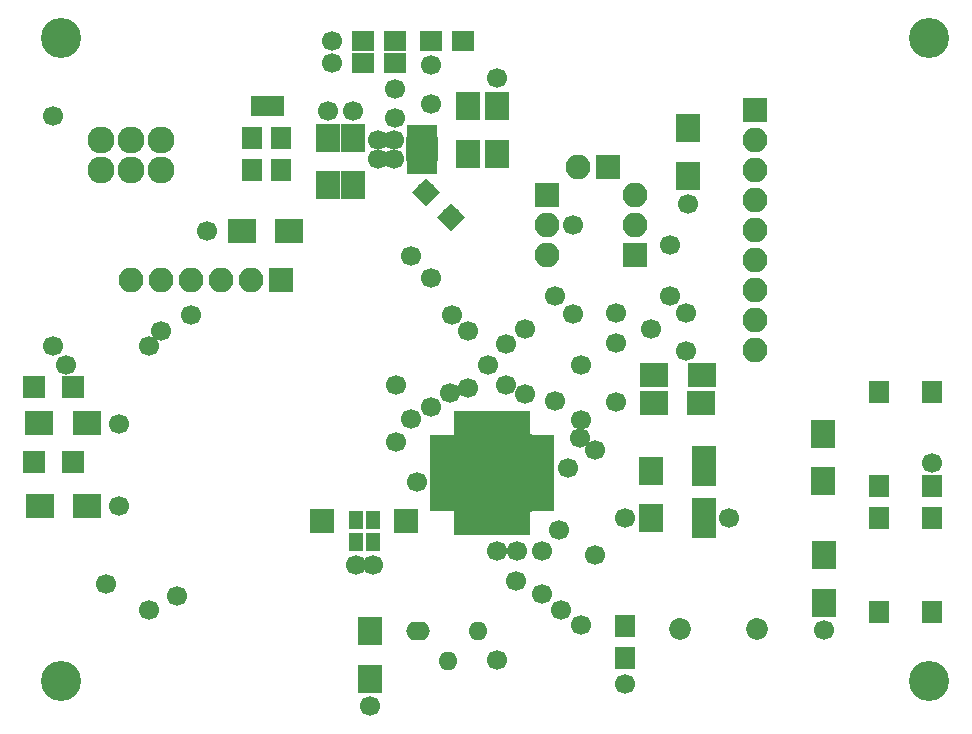
<source format=gbr>
G04 #@! TF.GenerationSoftware,KiCad,Pcbnew,(2017-02-22 revision 4c83b0a94)-master*
G04 #@! TF.CreationDate,2017-05-08T15:43:26+03:00*
G04 #@! TF.ProjectId,T-AIM,542D41494D2E6B696361645F70636200,rev?*
G04 #@! TF.FileFunction,Soldermask,Top*
G04 #@! TF.FilePolarity,Negative*
%FSLAX46Y46*%
G04 Gerber Fmt 4.6, Leading zero omitted, Abs format (unit mm)*
G04 Created by KiCad (PCBNEW (2017-02-22 revision 4c83b0a94)-master) date Mon May  8 15:43:26 2017*
%MOMM*%
%LPD*%
G01*
G04 APERTURE LIST*
%ADD10C,0.100000*%
%ADD11C,3.400000*%
%ADD12R,0.950000X2.000000*%
%ADD13R,2.000000X0.950000*%
%ADD14O,1.600000X1.600000*%
%ADD15O,2.000000X1.600000*%
%ADD16C,2.279600*%
%ADD17R,2.100000X2.100000*%
%ADD18R,2.400000X2.000000*%
%ADD19R,1.700000X1.900000*%
%ADD20O,2.100000X2.100000*%
%ADD21R,2.000000X2.400000*%
%ADD22R,1.900000X1.700000*%
%ADD23C,1.850000*%
%ADD24R,2.797760X2.048460*%
%ADD25R,0.628600X1.248360*%
%ADD26R,1.700000X1.950000*%
%ADD27R,1.035000X1.670000*%
%ADD28R,2.000000X3.400000*%
%ADD29R,1.150000X1.600000*%
%ADD30R,1.900000X1.900000*%
%ADD31C,1.697940*%
%ADD32R,2.400000X2.100000*%
%ADD33R,2.100000X2.400000*%
%ADD34C,1.700000*%
%ADD35C,0.025400*%
G04 APERTURE END LIST*
D10*
D11*
X200843986Y-113843828D03*
X127343986Y-113843828D03*
X127343986Y-59343828D03*
X200843986Y-59343828D03*
D12*
X161043986Y-91943828D03*
X161843986Y-91943828D03*
X162643986Y-91943828D03*
X163443986Y-91943828D03*
X164243986Y-91943828D03*
X165043986Y-91943828D03*
X165843986Y-91943828D03*
X166643986Y-91943828D03*
D13*
X168093986Y-93393828D03*
X168093986Y-94193828D03*
X168093986Y-94993828D03*
X168093986Y-95793828D03*
X168093986Y-96593828D03*
X168093986Y-97393828D03*
X168093986Y-98193828D03*
X168093986Y-98993828D03*
D12*
X166643986Y-100443828D03*
X165843986Y-100443828D03*
X165043986Y-100443828D03*
X164243986Y-100443828D03*
X163443986Y-100443828D03*
X162643986Y-100443828D03*
X161843986Y-100443828D03*
X161043986Y-100443828D03*
D13*
X159593986Y-98993828D03*
X159593986Y-98193828D03*
X159593986Y-97393828D03*
X159593986Y-96593828D03*
X159593986Y-95793828D03*
X159593986Y-94993828D03*
X159593986Y-94193828D03*
X159593986Y-93393828D03*
D14*
X162615000Y-109610000D03*
X160075000Y-112150000D03*
D15*
X157535000Y-109610000D03*
D16*
X135830000Y-68025000D03*
X135830000Y-70565000D03*
X133290000Y-68025000D03*
X133290000Y-70565000D03*
X130750000Y-68025000D03*
X130750000Y-70565000D03*
D17*
X156525000Y-100275000D03*
D18*
X146625000Y-75725000D03*
X142625000Y-75725000D03*
D19*
X175076009Y-111892189D03*
X175076009Y-109192189D03*
D17*
X168450000Y-72685000D03*
D20*
X168450000Y-75225000D03*
X168450000Y-77765000D03*
D21*
X180450000Y-67025000D03*
X180450000Y-71025000D03*
D22*
X155575000Y-61525000D03*
X152875000Y-61525000D03*
D23*
X179723986Y-109413828D03*
X186223986Y-109413828D03*
D24*
X157902534Y-68798946D03*
D25*
X156904314Y-67325746D03*
X157404694Y-67325746D03*
X157902534Y-67325746D03*
X158400374Y-67325746D03*
X158900754Y-67325746D03*
X158900754Y-70272146D03*
X158400374Y-70272146D03*
X157902534Y-70272146D03*
X157404694Y-70272146D03*
X156904314Y-70272146D03*
D26*
X201093986Y-89363828D03*
X196593986Y-89363828D03*
X196593986Y-97323828D03*
X201093986Y-97323828D03*
X201093986Y-107998828D03*
X196593986Y-107998828D03*
X196593986Y-100038828D03*
X201093986Y-100038828D03*
D27*
X145687972Y-65168792D03*
X144798972Y-65168792D03*
X143909972Y-65168792D03*
D21*
X164250000Y-69175000D03*
X164250000Y-65175000D03*
D28*
X181750000Y-100025000D03*
X181750000Y-95625000D03*
D21*
X177250000Y-100050000D03*
X177250000Y-96050000D03*
X161800000Y-65175000D03*
X161800000Y-69175000D03*
X152050000Y-71825000D03*
X152050000Y-67825000D03*
D29*
X152275000Y-100150000D03*
X152275000Y-102050000D03*
X153750000Y-100150000D03*
X153750000Y-102050000D03*
D21*
X149900000Y-67850000D03*
X149900000Y-71850000D03*
X153450000Y-109625000D03*
X153450000Y-113625000D03*
D30*
X125075000Y-88950000D03*
X128375000Y-88950000D03*
X128375000Y-95275000D03*
X125075000Y-95275000D03*
D20*
X175950000Y-72660000D03*
X175950000Y-75200000D03*
D17*
X175950000Y-77740000D03*
D20*
X186100000Y-85825000D03*
X186100000Y-83285000D03*
X186100000Y-80745000D03*
X186100000Y-78205000D03*
X186100000Y-75665000D03*
X186100000Y-73125000D03*
X186100000Y-70585000D03*
X186100000Y-68045000D03*
D17*
X186100000Y-65505000D03*
D20*
X133245000Y-79875000D03*
X135785000Y-79875000D03*
X138325000Y-79875000D03*
X140865000Y-79875000D03*
X143405000Y-79875000D03*
D17*
X145945000Y-79875000D03*
D31*
X158250000Y-72400000D03*
D10*
G36*
X158250000Y-73600625D02*
X157049375Y-72400000D01*
X158250000Y-71199375D01*
X159450625Y-72400000D01*
X158250000Y-73600625D01*
X158250000Y-73600625D01*
G37*
D31*
X160369340Y-74519340D03*
D10*
G36*
X160369340Y-75719965D02*
X159168715Y-74519340D01*
X160369340Y-73318715D01*
X161569965Y-74519340D01*
X160369340Y-75719965D01*
X160369340Y-75719965D01*
G37*
D22*
X158625000Y-59625000D03*
X161325000Y-59625000D03*
X155575000Y-59600000D03*
X152875000Y-59600000D03*
D19*
X145925000Y-67850000D03*
X145925000Y-70550000D03*
X143475000Y-67850000D03*
X143475000Y-70550000D03*
D32*
X181575000Y-87875000D03*
X177575000Y-87875000D03*
X177550000Y-90250000D03*
X181550000Y-90250000D03*
X125500000Y-92000000D03*
X129500000Y-92000000D03*
X129525000Y-99025000D03*
X125525000Y-99025000D03*
D33*
X191900000Y-103175000D03*
X191900000Y-107175000D03*
X191850000Y-96875000D03*
X191850000Y-92875000D03*
D17*
X149425000Y-100300000D03*
D20*
X171075000Y-70300000D03*
D17*
X173615000Y-70300000D03*
D34*
X153725000Y-103975000D03*
X152275000Y-104000000D03*
X170249990Y-95825002D03*
X175075000Y-114050000D03*
X183900000Y-100025006D03*
X164250000Y-62750000D03*
X180450000Y-73450000D03*
X150275000Y-61525000D03*
X152050000Y-65575000D03*
X149900000Y-65575000D03*
X153475000Y-115975000D03*
X139650000Y-75750000D03*
X175100000Y-100050000D03*
X132250000Y-99000000D03*
X150268986Y-59593828D03*
X191900000Y-109500000D03*
X132275000Y-92025000D03*
X201100000Y-95400000D03*
X157500000Y-97000000D03*
X154150000Y-69600000D03*
X154150000Y-68050004D03*
X155500000Y-69600000D03*
X155500000Y-68050000D03*
X170700000Y-75200000D03*
X174325002Y-90200000D03*
X165000000Y-85275000D03*
X165000000Y-88775000D03*
X174324999Y-82700000D03*
X174325000Y-85200000D03*
X180250000Y-82700000D03*
X180250000Y-85850000D03*
X170675000Y-82750000D03*
X158650000Y-64975000D03*
X158650000Y-61675000D03*
X155650000Y-88750000D03*
X155650000Y-93550000D03*
X169150000Y-81250000D03*
X178875000Y-76875000D03*
X178850000Y-81250000D03*
X169150000Y-90100000D03*
X138325000Y-82800000D03*
X160250000Y-89450000D03*
X160400000Y-82800002D03*
X135774996Y-84175000D03*
X161750000Y-84200000D03*
X161750000Y-89000000D03*
X166625000Y-84000000D03*
X177250000Y-84025000D03*
X166625000Y-89525000D03*
X164275000Y-102825000D03*
X164243986Y-112043828D03*
X156950000Y-77800000D03*
X156950000Y-91675000D03*
X158675000Y-79675000D03*
X158625000Y-90625000D03*
X155600000Y-63725000D03*
X155568986Y-66168828D03*
X171325002Y-109050000D03*
X171275000Y-93250000D03*
X172500000Y-103175000D03*
X172525000Y-94225000D03*
X165925000Y-102824998D03*
X165875000Y-105325000D03*
X131100000Y-105600000D03*
X168050000Y-102800002D03*
X168050000Y-106475000D03*
X137112689Y-106625010D03*
X134800000Y-85425000D03*
X126650000Y-85450000D03*
X134750000Y-107775000D03*
X169699998Y-107800000D03*
X169525000Y-101000000D03*
X126675000Y-65975000D03*
X127746824Y-87064577D03*
X171356466Y-91702131D03*
X171375000Y-87075000D03*
X163449998Y-87075000D03*
D35*
G36*
X167087300Y-99437300D02*
X160587700Y-99437300D01*
X160587700Y-92937700D01*
X167087300Y-92937700D01*
X167087300Y-99437300D01*
X167087300Y-99437300D01*
G37*
X167087300Y-99437300D02*
X160587700Y-99437300D01*
X160587700Y-92937700D01*
X167087300Y-92937700D01*
X167087300Y-99437300D01*
M02*

</source>
